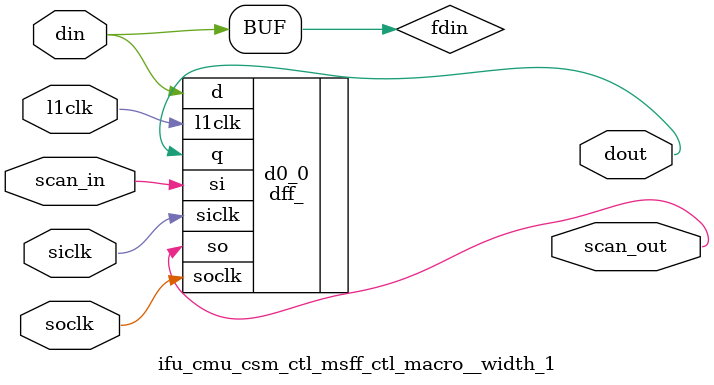
<source format=v>
module ifu_cmu_csm_ctl (
  l1clk, 
  scan_in, 
  spc_aclk, 
  spc_bclk, 
  ftu_cmiss, 
  ftu_redirect, 
  ftu_inv_req, 
  lsc_l15_valid, 
  mct_fill_complete, 
  cmu_data_ready, 
  cmu_has_dup_miss, 
  cmu_mbhit_c, 
  mct_rst_dupmiss, 
  mct_ignore_cmiss, 
  mdp_mbhit_q, 
  csm_valid_req, 
  cmu_null_st, 
  cmu_dupmiss_st, 
  cmu_req_st, 
  cmu_canleave_st, 
  scan_out) ;
wire siclk;
wire soclk;
wire inv_req_reg_scanin;
wire inv_req_reg_scanout;
wire inv_req_ff;
wire redirect_reg_scanin;
wire redirect_reg_scanout;
wire ftu_redirect_lat;
wire go_to_null_state;
wire null_state;
wire req_state;
wire canleave_state;
wire fillwait_state;
wire dupmiss_state;
wire invreq_state;
wire next_null_state_;
wire null_state_;
wire null_state_reg_scanin;
wire null_state_reg_scanout;
wire go_to_req_state;
wire next_req_state;
wire req_state_reg_scanin;
wire req_state_reg_scanout;
wire go_to_canleave_state;
wire next_canleave_state;
wire canleave_state_reg_scanin;
wire canleave_state_reg_scanout;
wire go_to_retwait_state;
wire retwait_state;
wire next_retwait_state;
wire retwait_state_reg_scanin;
wire retwait_state_reg_scanout;
wire go_to_fillwait_state;
wire next_fillwait_state;
wire fillwait_state_reg_scanin;
wire fillwait_state_reg_scanout;
wire go_to_dupmiss_state;
wire next_dupmiss_state;
wire dupmiss_state_reg_scanin;
wire dupmiss_state_reg_scanout;
wire go_to_invreq_state;
wire next_invreq_state;
wire invreq_state_reg_scanin;
wire invreq_state_reg_scanout;


input l1clk;
input scan_in;
input spc_aclk;
input spc_bclk;

input ftu_cmiss;            // cmiss request
input ftu_redirect;         // indicates the thread is flushed/redirected
input ftu_inv_req;          // invalidation request
input lsc_l15_valid;        // req sent to gkt
input mct_fill_complete;    // indicates that fill has been completed

input cmu_data_ready;       // gkt rtn data and is ready to be written to I$
input cmu_has_dup_miss;     // from MB ctl logic, current thread has outstanding duplicate miss.
input cmu_mbhit_c;          // from MB ctl logic, current thread hits in missbuff, it is not real miss

input mct_rst_dupmiss;      // comes on with data_ready, all dup miss waiting on current thread are reset.
input mct_ignore_cmiss;     // current cmiss is a duplicate miss which needs to be ignored, data sent to I$.
input mdp_mbhit_q;          // A qualified mbhit


output csm_valid_req;         // valid request indicator
output cmu_null_st;
output    cmu_dupmiss_st;
output    cmu_req_st;
output    cmu_canleave_st;

   

output scan_out;

// scan renames
assign siclk = spc_aclk;
assign soclk = spc_bclk;
// end scan


// flop inv_req.
// It means that inv_req will not take part in arbitration for
// two cycles after it arrives.
ifu_cmu_csm_ctl_msff_ctl_macro__width_1 inv_req_reg  (
 .scan_in(inv_req_reg_scanin),
 .scan_out(inv_req_reg_scanout),
 .l1clk(l1clk),
 .din  (ftu_inv_req),
 .dout (inv_req_ff),
  .siclk(siclk),
  .soclk(soclk)
);

// flop ftu_redirect
// use the delayed version for qualifying valid req.
// clearing of wom bits in mct should also use delayed version.
// use raw version to clear dup miss states

ifu_cmu_csm_ctl_msff_ctl_macro__width_1 redirect_reg  (
 .scan_in(redirect_reg_scanin),
 .scan_out(redirect_reg_scanout),
 .l1clk(l1clk),
 .din  (ftu_redirect),
 .dout (ftu_redirect_lat),
  .siclk(siclk),
  .soclk(soclk)
);

///////////////////////////////////////////////////
// CASE STATEMENT DESCRIPTION OF TSM MACHINE
///////////////////////////////////////////////////
//case(`CSM_STATE)
//  `NULL_ST:
//    if (~(ftu_cmiss & ~mct_ignore_cmiss) & ~inv_req_ff)
//      next_state = `NULL_ST;
//    if (ftu_cmiss & ~cmu_mbhit_c)
//      next_state = `REQ_ST;
//    if (ftu_cmiss & cmu_mbhit_c & ~ignore_cmiss)
//      next_state = `DUPMISS_ST;
//    if (inv_req_ff)
//      next_state = `INVREQ_ST;
//
//  `REQ_ST:
//    if (lsc_l15_valid)
//      next_state = `RETWAIT_ST;
//    if (~lsc_l15_valid & ftu_redirect_lat & cmu_has_dup_miss)
//      next_state = `CANLEAVE_ST;
//    if (~lsc_l15_valid & ftu_redirect_lat & ~cmu_has_dup_miss & mdp_mbhit_q)
//      next_state = `CANLEAVE_ST;
//    if (~lsc_l15_valid & ftu_redirect_lat & ~cmu_has_dup_miss & ~mdp_mbhit_q)
//      next_state = `NULL_ST;
//    if (~lsc_l15_valid & ~ftu_redirect_lat)
//      next_state = `REQ_ST;
//
//  `CANLEAVE_ST:
//    if (lsc_l15_valid)
//      next_state = `RETWAIT_ST;
//    if (~lsc_l15_valid & ~cmu_has_dup_miss & ~mdp_mbhit_q)
//      next_state = `NULL_ST;
//    if (~lsc_l15_valid & cmu_has_dup_miss)
//      next_state = `CANLEAVE_ST;
//    if (~lsc_l15_valid & mdp_mbhit_q)
//      next_state = `CANLEAVE_ST;
//
//  `RETWAIT_ST:
//    if (~cmu_data_ready)
//      next_state = `RETWAIT_ST;
//    if (cmu_data_ready)
//      next_state = `FILLWAIT_ST;
//
//  `FILLWAIT_ST:
//    if (~mct_fill_complete)
//      next_state = `FILLWAIT_ST;
//    if (mct_fill_complete)
//      next_state = `NULL_ST;
//
//  `DUPMISS_ST:
//    if (~ftu_redirect & ~mct_rst_dupmiss)
//      next_state = `DUPMISS_ST;
//    if (ftu_redirect | mct_rst_dupmiss)
//      next_state = `NULL_ST;
//
//  `INVREQ_ST:
//    if (lsc_l15_valid)
//      next_state = `NULL_ST;
//    if (~lsc_l15_valid)
//      next_state = `INVREQ_ST;
//
// endcase
//
// 

// 0in one_hot -var {null_state,req_state,canleave_state,retwait_state,fillwait_state,dupmiss_state,invreq_state}
////////////////////////////////////////////////////////
// NULL STATE
////////////////////////////////////////////////////////
// cmu_mbhit_c indicates a duplicate miss
// ignore_cmiss indicates a duplicate miss which needs to be ignored
//
// null_st is default state.
// 
assign go_to_null_state = (null_state & ~(ftu_cmiss & ~mct_ignore_cmiss) & ~inv_req_ff)  | 
                          (req_state & ~lsc_l15_valid & ftu_redirect_lat & ~cmu_has_dup_miss & ~mdp_mbhit_q) |
                          (canleave_state & ~lsc_l15_valid & ~cmu_has_dup_miss & ~mdp_mbhit_q) |
                          (fillwait_state & mct_fill_complete)  |
                          (dupmiss_state & (ftu_redirect | mct_rst_dupmiss)) |
                          (invreq_state & lsc_l15_valid);

assign next_null_state_ = ~go_to_null_state;

assign null_state       = ~null_state_;

ifu_cmu_csm_ctl_msff_ctl_macro__width_1 null_state_reg  (
 .scan_in(null_state_reg_scanin),
 .scan_out(null_state_reg_scanout),
 .l1clk(l1clk),
 .din  (next_null_state_),
 .dout (null_state_),
  .siclk(siclk),
  .soclk(soclk)
);

////////////////////////////////////////////////////////
// REQUEST STATE
////////////////////////////////////////////////////////
// Go to request state on a real miss
// Stay in request state until the request is sent out or redirect.
assign go_to_req_state  = (null_state & ftu_cmiss & ~cmu_mbhit_c) | 
                          (req_state & ~lsc_l15_valid & ~ftu_redirect_lat) ;

assign next_req_state   = go_to_req_state;

ifu_cmu_csm_ctl_msff_ctl_macro__width_1 req_state_reg  (
 .scan_in(req_state_reg_scanin),
 .scan_out(req_state_reg_scanout),
 .l1clk(l1clk),
 .din  (next_req_state),
 .dout (req_state),
  .siclk(siclk),
  .soclk(soclk)
);

////////////////////////////////////////////////////////
// CANLEAVE STATE
////////////////////////////////////////////////////////
// Go to canleave_st when a real miss is flushed, but it has
// other outstanding duplicate misses waiting on it.
// Leave canleave_st when the request is sent out, or it has no
// other duplicate misses waiting on it (This can happen if
// all duplicate misses get flushed out).
assign go_to_canleave_state = (req_state & ftu_redirect_lat & cmu_has_dup_miss & ~lsc_l15_valid) |
                              (req_state & ftu_redirect_lat & mdp_mbhit_q & ~lsc_l15_valid) |
                              (canleave_state & cmu_has_dup_miss & ~lsc_l15_valid) |
                              (canleave_state & mdp_mbhit_q & ~lsc_l15_valid);

assign next_canleave_state = go_to_canleave_state;

ifu_cmu_csm_ctl_msff_ctl_macro__width_1 canleave_state_reg  (
 .scan_in(canleave_state_reg_scanin),
 .scan_out(canleave_state_reg_scanout),
 .l1clk(l1clk),
 .din  (next_canleave_state),
 .dout (canleave_state),
  .siclk(siclk),
  .soclk(soclk)
);

////////////////////////////////////////////////////////
// Return Wait State
////////////////////////////////////////////////////////
// Go to return wait state when a request is sent to gkt/xbar.
// Stay in this state until data comes back and data_ready is
// signalled to ifu.
assign go_to_retwait_state  = (req_state & lsc_l15_valid) | 
                              (canleave_state & lsc_l15_valid) |
                              (retwait_state & ~cmu_data_ready);

assign next_retwait_state   = go_to_retwait_state;


ifu_cmu_csm_ctl_msff_ctl_macro__width_1 retwait_state_reg  (
 .scan_in(retwait_state_reg_scanin),
 .scan_out(retwait_state_reg_scanout),
 .l1clk(l1clk),
 .din  (next_retwait_state),
 .dout (retwait_state),
  .siclk(siclk),
  .soclk(soclk)
);

////////////////////////////////////////////////////////
// Fill Wait State
////////////////////////////////////////////////////////
// Fillwait_st indicates that data_ready has been sent, wait
// until fill_complete is  signalled by ifu
assign go_to_fillwait_state = (retwait_state & cmu_data_ready ) | 
                              (fillwait_state & ~mct_fill_complete);
assign next_fillwait_state  = go_to_fillwait_state;

ifu_cmu_csm_ctl_msff_ctl_macro__width_1 fillwait_state_reg  (
 .scan_in(fillwait_state_reg_scanin),
 .scan_out(fillwait_state_reg_scanout),
 .l1clk(l1clk),
 .din  (next_fillwait_state),
 .dout (fillwait_state),
  .siclk(siclk),
  .soclk(soclk)
);

////////////////////////////////////////////////////////
// DupMiss State
////////////////////////////////////////////////////////
// go to dupmiss_st on a dup miss.
assign go_to_dupmiss_state = (null_state & ftu_cmiss & cmu_mbhit_c & ~mct_ignore_cmiss) |
                             (dupmiss_state & ~ftu_redirect & ~mct_rst_dupmiss);

assign next_dupmiss_state = go_to_dupmiss_state;

ifu_cmu_csm_ctl_msff_ctl_macro__width_1 dupmiss_state_reg  (
 .scan_in(dupmiss_state_reg_scanin),
 .scan_out(dupmiss_state_reg_scanout),
 .l1clk(l1clk),
 .din  (next_dupmiss_state),
 .dout (dupmiss_state),
  .siclk(siclk),
  .soclk(soclk)
);

////////////////////////////////////////////////////////
// INVREQ STATE
////////////////////////////////////////////////////////
// go to invreq state on a invalidation request.
assign go_to_invreq_state = (null_state & inv_req_ff) |
                            (invreq_state & ~lsc_l15_valid);

assign next_invreq_state = go_to_invreq_state;

ifu_cmu_csm_ctl_msff_ctl_macro__width_1 invreq_state_reg  (
 .scan_in(invreq_state_reg_scanin),
 .scan_out(invreq_state_reg_scanout),
 .l1clk(l1clk),
 .din  (next_invreq_state),
 .dout (invreq_state),
  .siclk(siclk),
  .soclk(soclk)
);

////////////////////////////////////////////////////////
// State Machine output signals
////////////////////////////////////////////////////////
// csm_valid_req indicates that a valid request exists which
// takes part in arbitration
// If a request was sent out previous cycle, then the thread
// will still be in REQ state this cycle. Validreq will still come
// on for this thread, but it will get killed in lsi_ctl before
// it takes part in arbitration.

// To ease timing, mbhit_q is not used to generate the valid req.
// valid_req comes on if
//  1. in req state, and no flush or has_dup_miss.
//     if a flush happens and there are no dup misses, then the thread
//     will not take part in arb, even though a new dup miss could be
//     happening at the same time. The new dup miss will show up in
//     can_leave state the next cycle.
// 2.  in canleave state and has_dup_miss. Again, if in canleave state
//     and no dup miss, then thread will not take part in arb even though
//     a dup miss could be happening in same cycle. The dup miss will
//     force the state the stay in can_leave and it will set the has_dup
//     signal next cycle. So the thread will take part in arb next cycle.
// 3.  In inv_req state.


assign csm_valid_req = (req_state & ~(ftu_redirect_lat & ~cmu_has_dup_miss)) |
                       (canleave_state & cmu_has_dup_miss) |
                       (invreq_state);  


// cmu_cmiss_is_sent
// Indicates that a request has been sent.
// This signal serves two purposes:
// 1. used in conjunction with has_dup_miss in msb_ctl and ifu_ftu to
//    qualify missbuffer hits.
//    If a parent thread has not been sent, and it has a redirect, and
//    it does not have other dup misses outstanding, then an incoming
//    thread cannot hit on it.
// 2. Used by ifu to get out of no_new_miss state.
//assign cmu_cmiss_is_sent = lsc_l15_valid | retwait_state | fillwait_state;

// wom_valid bit for each thread comes on when the thread is in dupmiss_st or the req
// has been sent and thread has not been redirected.
// wom_valid is used to qualify bypass for the thread. 
// Bypass to a thread only if its wom_valid bit is set.
// dup WOM bit is not reset if there is redirect and req. is already sent. In this scenario,
// bypass is not valid. Hence generating this wom_valid signal to ignore the wom bit.

//assign csm_wom_valid = ~null_state & ~reqredirect_state ;

assign cmu_null_st = null_state;
assign cmu_dupmiss_st = dupmiss_state;
assign cmu_req_st = req_state;
assign cmu_canleave_st = canleave_state;

   
supply0 vss;
supply1 vdd;
// fixscan start:
assign inv_req_reg_scanin        = scan_in                  ;
assign redirect_reg_scanin       = inv_req_reg_scanout      ;
assign null_state_reg_scanin     = redirect_reg_scanout     ;
assign req_state_reg_scanin      = null_state_reg_scanout   ;
assign canleave_state_reg_scanin = req_state_reg_scanout    ;
assign retwait_state_reg_scanin  = canleave_state_reg_scanout;
assign fillwait_state_reg_scanin = retwait_state_reg_scanout;
assign dupmiss_state_reg_scanin  = fillwait_state_reg_scanout;
assign invreq_state_reg_scanin   = dupmiss_state_reg_scanout;
assign scan_out                  = invreq_state_reg_scanout ;
// fixscan end:
endmodule






// any PARAMS parms go into naming of macro

module ifu_cmu_csm_ctl_msff_ctl_macro__width_1 (
  din, 
  l1clk, 
  scan_in, 
  siclk, 
  soclk, 
  dout, 
  scan_out);
wire [0:0] fdin;

  input [0:0] din;
  input l1clk;
  input scan_in;


  input siclk;
  input soclk;

  output [0:0] dout;
  output scan_out;
assign fdin[0:0] = din[0:0];






dff_ #(1)  d0_0 (
.l1clk(l1clk),
.siclk(siclk),
.soclk(soclk),
.d(fdin[0:0]),
.si(scan_in),
.so(scan_out),
.q(dout[0:0])
);












endmodule









</source>
